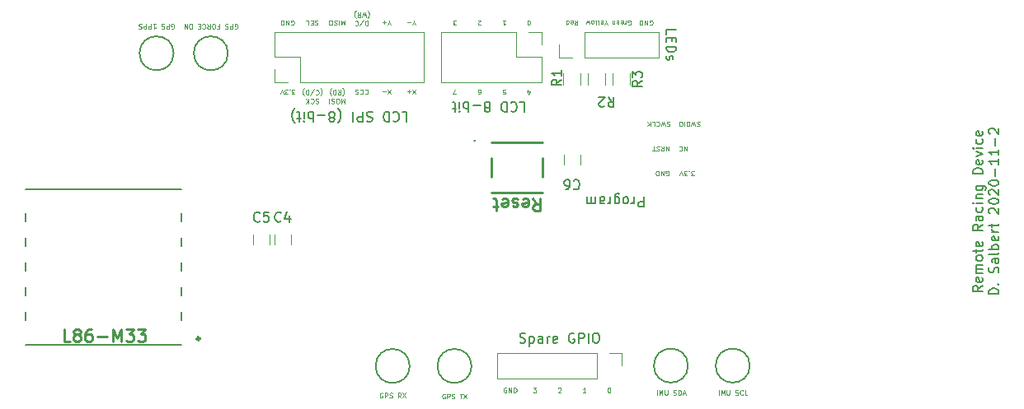
<source format=gbr>
G04 #@! TF.GenerationSoftware,KiCad,Pcbnew,(5.1.4)-1*
G04 #@! TF.CreationDate,2020-11-03T17:10:34-05:00*
G04 #@! TF.ProjectId,remote_racing_pcb,72656d6f-7465-45f7-9261-63696e675f70,rev?*
G04 #@! TF.SameCoordinates,Original*
G04 #@! TF.FileFunction,Legend,Top*
G04 #@! TF.FilePolarity,Positive*
%FSLAX46Y46*%
G04 Gerber Fmt 4.6, Leading zero omitted, Abs format (unit mm)*
G04 Created by KiCad (PCBNEW (5.1.4)-1) date 2020-11-03 17:10:34*
%MOMM*%
%LPD*%
G04 APERTURE LIST*
%ADD10C,0.125000*%
%ADD11C,0.150000*%
%ADD12C,0.120000*%
%ADD13C,0.254000*%
%ADD14C,0.300000*%
%ADD15C,0.200000*%
G04 APERTURE END LIST*
D10*
X159511952Y-99818000D02*
X159559571Y-99841809D01*
X159631000Y-99841809D01*
X159702428Y-99818000D01*
X159750047Y-99770380D01*
X159773857Y-99722761D01*
X159797666Y-99627523D01*
X159797666Y-99556095D01*
X159773857Y-99460857D01*
X159750047Y-99413238D01*
X159702428Y-99365619D01*
X159631000Y-99341809D01*
X159583380Y-99341809D01*
X159511952Y-99365619D01*
X159488142Y-99389428D01*
X159488142Y-99556095D01*
X159583380Y-99556095D01*
X159273857Y-99341809D02*
X159273857Y-99841809D01*
X158988142Y-99341809D01*
X158988142Y-99841809D01*
X158750047Y-99341809D02*
X158750047Y-99841809D01*
X158631000Y-99841809D01*
X158559571Y-99818000D01*
X158511952Y-99770380D01*
X158488142Y-99722761D01*
X158464333Y-99627523D01*
X158464333Y-99556095D01*
X158488142Y-99460857D01*
X158511952Y-99413238D01*
X158559571Y-99365619D01*
X158631000Y-99341809D01*
X158750047Y-99341809D01*
X159825428Y-96801809D02*
X159825428Y-97301809D01*
X159539714Y-96801809D01*
X159539714Y-97301809D01*
X159015904Y-96801809D02*
X159182571Y-97039904D01*
X159301619Y-96801809D02*
X159301619Y-97301809D01*
X159111142Y-97301809D01*
X159063523Y-97278000D01*
X159039714Y-97254190D01*
X159015904Y-97206571D01*
X159015904Y-97135142D01*
X159039714Y-97087523D01*
X159063523Y-97063714D01*
X159111142Y-97039904D01*
X159301619Y-97039904D01*
X158825428Y-96825619D02*
X158754000Y-96801809D01*
X158634952Y-96801809D01*
X158587333Y-96825619D01*
X158563523Y-96849428D01*
X158539714Y-96897047D01*
X158539714Y-96944666D01*
X158563523Y-96992285D01*
X158587333Y-97016095D01*
X158634952Y-97039904D01*
X158730190Y-97063714D01*
X158777809Y-97087523D01*
X158801619Y-97111333D01*
X158825428Y-97158952D01*
X158825428Y-97206571D01*
X158801619Y-97254190D01*
X158777809Y-97278000D01*
X158730190Y-97301809D01*
X158611142Y-97301809D01*
X158539714Y-97278000D01*
X158396857Y-97301809D02*
X158111142Y-97301809D01*
X158254000Y-96801809D02*
X158254000Y-97301809D01*
X161682857Y-96801809D02*
X161682857Y-97301809D01*
X161397142Y-96801809D01*
X161397142Y-97301809D01*
X160873333Y-96849428D02*
X160897142Y-96825619D01*
X160968571Y-96801809D01*
X161016190Y-96801809D01*
X161087619Y-96825619D01*
X161135238Y-96873238D01*
X161159047Y-96920857D01*
X161182857Y-97016095D01*
X161182857Y-97087523D01*
X161159047Y-97182761D01*
X161135238Y-97230380D01*
X161087619Y-97278000D01*
X161016190Y-97301809D01*
X160968571Y-97301809D01*
X160897142Y-97278000D01*
X160873333Y-97254190D01*
X159880952Y-94285619D02*
X159809523Y-94261809D01*
X159690476Y-94261809D01*
X159642857Y-94285619D01*
X159619047Y-94309428D01*
X159595238Y-94357047D01*
X159595238Y-94404666D01*
X159619047Y-94452285D01*
X159642857Y-94476095D01*
X159690476Y-94499904D01*
X159785714Y-94523714D01*
X159833333Y-94547523D01*
X159857142Y-94571333D01*
X159880952Y-94618952D01*
X159880952Y-94666571D01*
X159857142Y-94714190D01*
X159833333Y-94738000D01*
X159785714Y-94761809D01*
X159666666Y-94761809D01*
X159595238Y-94738000D01*
X159428571Y-94761809D02*
X159309523Y-94261809D01*
X159214285Y-94618952D01*
X159119047Y-94261809D01*
X159000000Y-94761809D01*
X158523809Y-94309428D02*
X158547619Y-94285619D01*
X158619047Y-94261809D01*
X158666666Y-94261809D01*
X158738095Y-94285619D01*
X158785714Y-94333238D01*
X158809523Y-94380857D01*
X158833333Y-94476095D01*
X158833333Y-94547523D01*
X158809523Y-94642761D01*
X158785714Y-94690380D01*
X158738095Y-94738000D01*
X158666666Y-94761809D01*
X158619047Y-94761809D01*
X158547619Y-94738000D01*
X158523809Y-94714190D01*
X158071428Y-94261809D02*
X158309523Y-94261809D01*
X158309523Y-94761809D01*
X157904761Y-94261809D02*
X157904761Y-94761809D01*
X157619047Y-94261809D02*
X157833333Y-94547523D01*
X157619047Y-94761809D02*
X157904761Y-94476095D01*
X162984523Y-94285619D02*
X162913095Y-94261809D01*
X162794047Y-94261809D01*
X162746428Y-94285619D01*
X162722619Y-94309428D01*
X162698809Y-94357047D01*
X162698809Y-94404666D01*
X162722619Y-94452285D01*
X162746428Y-94476095D01*
X162794047Y-94499904D01*
X162889285Y-94523714D01*
X162936904Y-94547523D01*
X162960714Y-94571333D01*
X162984523Y-94618952D01*
X162984523Y-94666571D01*
X162960714Y-94714190D01*
X162936904Y-94738000D01*
X162889285Y-94761809D01*
X162770238Y-94761809D01*
X162698809Y-94738000D01*
X162532142Y-94761809D02*
X162413095Y-94261809D01*
X162317857Y-94618952D01*
X162222619Y-94261809D01*
X162103571Y-94761809D01*
X161913095Y-94261809D02*
X161913095Y-94761809D01*
X161794047Y-94761809D01*
X161722619Y-94738000D01*
X161675000Y-94690380D01*
X161651190Y-94642761D01*
X161627380Y-94547523D01*
X161627380Y-94476095D01*
X161651190Y-94380857D01*
X161675000Y-94333238D01*
X161722619Y-94285619D01*
X161794047Y-94261809D01*
X161913095Y-94261809D01*
X161413095Y-94261809D02*
X161413095Y-94761809D01*
X161079761Y-94761809D02*
X160984523Y-94761809D01*
X160936904Y-94738000D01*
X160889285Y-94690380D01*
X160865476Y-94595142D01*
X160865476Y-94428476D01*
X160889285Y-94333238D01*
X160936904Y-94285619D01*
X160984523Y-94261809D01*
X161079761Y-94261809D01*
X161127380Y-94285619D01*
X161175000Y-94333238D01*
X161198809Y-94428476D01*
X161198809Y-94595142D01*
X161175000Y-94690380D01*
X161127380Y-94738000D01*
X161079761Y-94761809D01*
X162409095Y-99841809D02*
X162099571Y-99841809D01*
X162266238Y-99651333D01*
X162194809Y-99651333D01*
X162147190Y-99627523D01*
X162123380Y-99603714D01*
X162099571Y-99556095D01*
X162099571Y-99437047D01*
X162123380Y-99389428D01*
X162147190Y-99365619D01*
X162194809Y-99341809D01*
X162337666Y-99341809D01*
X162385285Y-99365619D01*
X162409095Y-99389428D01*
X161885285Y-99389428D02*
X161861476Y-99365619D01*
X161885285Y-99341809D01*
X161909095Y-99365619D01*
X161885285Y-99389428D01*
X161885285Y-99341809D01*
X161694809Y-99841809D02*
X161385285Y-99841809D01*
X161551952Y-99651333D01*
X161480523Y-99651333D01*
X161432904Y-99627523D01*
X161409095Y-99603714D01*
X161385285Y-99556095D01*
X161385285Y-99437047D01*
X161409095Y-99389428D01*
X161432904Y-99365619D01*
X161480523Y-99341809D01*
X161623380Y-99341809D01*
X161671000Y-99365619D01*
X161694809Y-99389428D01*
X161242428Y-99841809D02*
X161075761Y-99341809D01*
X160909095Y-99841809D01*
D11*
X192032380Y-111147857D02*
X191556190Y-111481190D01*
X192032380Y-111719285D02*
X191032380Y-111719285D01*
X191032380Y-111338333D01*
X191080000Y-111243095D01*
X191127619Y-111195476D01*
X191222857Y-111147857D01*
X191365714Y-111147857D01*
X191460952Y-111195476D01*
X191508571Y-111243095D01*
X191556190Y-111338333D01*
X191556190Y-111719285D01*
X191984761Y-110338333D02*
X192032380Y-110433571D01*
X192032380Y-110624047D01*
X191984761Y-110719285D01*
X191889523Y-110766904D01*
X191508571Y-110766904D01*
X191413333Y-110719285D01*
X191365714Y-110624047D01*
X191365714Y-110433571D01*
X191413333Y-110338333D01*
X191508571Y-110290714D01*
X191603809Y-110290714D01*
X191699047Y-110766904D01*
X192032380Y-109862142D02*
X191365714Y-109862142D01*
X191460952Y-109862142D02*
X191413333Y-109814523D01*
X191365714Y-109719285D01*
X191365714Y-109576428D01*
X191413333Y-109481190D01*
X191508571Y-109433571D01*
X192032380Y-109433571D01*
X191508571Y-109433571D02*
X191413333Y-109385952D01*
X191365714Y-109290714D01*
X191365714Y-109147857D01*
X191413333Y-109052619D01*
X191508571Y-109005000D01*
X192032380Y-109005000D01*
X192032380Y-108385952D02*
X191984761Y-108481190D01*
X191937142Y-108528809D01*
X191841904Y-108576428D01*
X191556190Y-108576428D01*
X191460952Y-108528809D01*
X191413333Y-108481190D01*
X191365714Y-108385952D01*
X191365714Y-108243095D01*
X191413333Y-108147857D01*
X191460952Y-108100238D01*
X191556190Y-108052619D01*
X191841904Y-108052619D01*
X191937142Y-108100238D01*
X191984761Y-108147857D01*
X192032380Y-108243095D01*
X192032380Y-108385952D01*
X191365714Y-107766904D02*
X191365714Y-107385952D01*
X191032380Y-107624047D02*
X191889523Y-107624047D01*
X191984761Y-107576428D01*
X192032380Y-107481190D01*
X192032380Y-107385952D01*
X191984761Y-106671666D02*
X192032380Y-106766904D01*
X192032380Y-106957380D01*
X191984761Y-107052619D01*
X191889523Y-107100238D01*
X191508571Y-107100238D01*
X191413333Y-107052619D01*
X191365714Y-106957380D01*
X191365714Y-106766904D01*
X191413333Y-106671666D01*
X191508571Y-106624047D01*
X191603809Y-106624047D01*
X191699047Y-107100238D01*
X192032380Y-104862142D02*
X191556190Y-105195476D01*
X192032380Y-105433571D02*
X191032380Y-105433571D01*
X191032380Y-105052619D01*
X191080000Y-104957380D01*
X191127619Y-104909761D01*
X191222857Y-104862142D01*
X191365714Y-104862142D01*
X191460952Y-104909761D01*
X191508571Y-104957380D01*
X191556190Y-105052619D01*
X191556190Y-105433571D01*
X192032380Y-104005000D02*
X191508571Y-104005000D01*
X191413333Y-104052619D01*
X191365714Y-104147857D01*
X191365714Y-104338333D01*
X191413333Y-104433571D01*
X191984761Y-104005000D02*
X192032380Y-104100238D01*
X192032380Y-104338333D01*
X191984761Y-104433571D01*
X191889523Y-104481190D01*
X191794285Y-104481190D01*
X191699047Y-104433571D01*
X191651428Y-104338333D01*
X191651428Y-104100238D01*
X191603809Y-104005000D01*
X191984761Y-103100238D02*
X192032380Y-103195476D01*
X192032380Y-103385952D01*
X191984761Y-103481190D01*
X191937142Y-103528809D01*
X191841904Y-103576428D01*
X191556190Y-103576428D01*
X191460952Y-103528809D01*
X191413333Y-103481190D01*
X191365714Y-103385952D01*
X191365714Y-103195476D01*
X191413333Y-103100238D01*
X192032380Y-102671666D02*
X191365714Y-102671666D01*
X191032380Y-102671666D02*
X191080000Y-102719285D01*
X191127619Y-102671666D01*
X191080000Y-102624047D01*
X191032380Y-102671666D01*
X191127619Y-102671666D01*
X191365714Y-102195476D02*
X192032380Y-102195476D01*
X191460952Y-102195476D02*
X191413333Y-102147857D01*
X191365714Y-102052619D01*
X191365714Y-101909761D01*
X191413333Y-101814523D01*
X191508571Y-101766904D01*
X192032380Y-101766904D01*
X191365714Y-100862142D02*
X192175238Y-100862142D01*
X192270476Y-100909761D01*
X192318095Y-100957380D01*
X192365714Y-101052619D01*
X192365714Y-101195476D01*
X192318095Y-101290714D01*
X191984761Y-100862142D02*
X192032380Y-100957380D01*
X192032380Y-101147857D01*
X191984761Y-101243095D01*
X191937142Y-101290714D01*
X191841904Y-101338333D01*
X191556190Y-101338333D01*
X191460952Y-101290714D01*
X191413333Y-101243095D01*
X191365714Y-101147857D01*
X191365714Y-100957380D01*
X191413333Y-100862142D01*
X192032380Y-99624047D02*
X191032380Y-99624047D01*
X191032380Y-99385952D01*
X191080000Y-99243095D01*
X191175238Y-99147857D01*
X191270476Y-99100238D01*
X191460952Y-99052619D01*
X191603809Y-99052619D01*
X191794285Y-99100238D01*
X191889523Y-99147857D01*
X191984761Y-99243095D01*
X192032380Y-99385952D01*
X192032380Y-99624047D01*
X191984761Y-98243095D02*
X192032380Y-98338333D01*
X192032380Y-98528809D01*
X191984761Y-98624047D01*
X191889523Y-98671666D01*
X191508571Y-98671666D01*
X191413333Y-98624047D01*
X191365714Y-98528809D01*
X191365714Y-98338333D01*
X191413333Y-98243095D01*
X191508571Y-98195476D01*
X191603809Y-98195476D01*
X191699047Y-98671666D01*
X191365714Y-97862142D02*
X192032380Y-97624047D01*
X191365714Y-97385952D01*
X192032380Y-97005000D02*
X191365714Y-97005000D01*
X191032380Y-97005000D02*
X191080000Y-97052619D01*
X191127619Y-97005000D01*
X191080000Y-96957380D01*
X191032380Y-97005000D01*
X191127619Y-97005000D01*
X191984761Y-96100238D02*
X192032380Y-96195476D01*
X192032380Y-96385952D01*
X191984761Y-96481190D01*
X191937142Y-96528809D01*
X191841904Y-96576428D01*
X191556190Y-96576428D01*
X191460952Y-96528809D01*
X191413333Y-96481190D01*
X191365714Y-96385952D01*
X191365714Y-96195476D01*
X191413333Y-96100238D01*
X191984761Y-95290714D02*
X192032380Y-95385952D01*
X192032380Y-95576428D01*
X191984761Y-95671666D01*
X191889523Y-95719285D01*
X191508571Y-95719285D01*
X191413333Y-95671666D01*
X191365714Y-95576428D01*
X191365714Y-95385952D01*
X191413333Y-95290714D01*
X191508571Y-95243095D01*
X191603809Y-95243095D01*
X191699047Y-95719285D01*
X193682380Y-112005000D02*
X192682380Y-112005000D01*
X192682380Y-111766904D01*
X192730000Y-111624047D01*
X192825238Y-111528809D01*
X192920476Y-111481190D01*
X193110952Y-111433571D01*
X193253809Y-111433571D01*
X193444285Y-111481190D01*
X193539523Y-111528809D01*
X193634761Y-111624047D01*
X193682380Y-111766904D01*
X193682380Y-112005000D01*
X193587142Y-111005000D02*
X193634761Y-110957380D01*
X193682380Y-111005000D01*
X193634761Y-111052619D01*
X193587142Y-111005000D01*
X193682380Y-111005000D01*
X193634761Y-109814523D02*
X193682380Y-109671666D01*
X193682380Y-109433571D01*
X193634761Y-109338333D01*
X193587142Y-109290714D01*
X193491904Y-109243095D01*
X193396666Y-109243095D01*
X193301428Y-109290714D01*
X193253809Y-109338333D01*
X193206190Y-109433571D01*
X193158571Y-109624047D01*
X193110952Y-109719285D01*
X193063333Y-109766904D01*
X192968095Y-109814523D01*
X192872857Y-109814523D01*
X192777619Y-109766904D01*
X192730000Y-109719285D01*
X192682380Y-109624047D01*
X192682380Y-109385952D01*
X192730000Y-109243095D01*
X193682380Y-108385952D02*
X193158571Y-108385952D01*
X193063333Y-108433571D01*
X193015714Y-108528809D01*
X193015714Y-108719285D01*
X193063333Y-108814523D01*
X193634761Y-108385952D02*
X193682380Y-108481190D01*
X193682380Y-108719285D01*
X193634761Y-108814523D01*
X193539523Y-108862142D01*
X193444285Y-108862142D01*
X193349047Y-108814523D01*
X193301428Y-108719285D01*
X193301428Y-108481190D01*
X193253809Y-108385952D01*
X193682380Y-107766904D02*
X193634761Y-107862142D01*
X193539523Y-107909761D01*
X192682380Y-107909761D01*
X193682380Y-107385952D02*
X192682380Y-107385952D01*
X193063333Y-107385952D02*
X193015714Y-107290714D01*
X193015714Y-107100238D01*
X193063333Y-107005000D01*
X193110952Y-106957380D01*
X193206190Y-106909761D01*
X193491904Y-106909761D01*
X193587142Y-106957380D01*
X193634761Y-107005000D01*
X193682380Y-107100238D01*
X193682380Y-107290714D01*
X193634761Y-107385952D01*
X193634761Y-106100238D02*
X193682380Y-106195476D01*
X193682380Y-106385952D01*
X193634761Y-106481190D01*
X193539523Y-106528809D01*
X193158571Y-106528809D01*
X193063333Y-106481190D01*
X193015714Y-106385952D01*
X193015714Y-106195476D01*
X193063333Y-106100238D01*
X193158571Y-106052619D01*
X193253809Y-106052619D01*
X193349047Y-106528809D01*
X193682380Y-105624047D02*
X193015714Y-105624047D01*
X193206190Y-105624047D02*
X193110952Y-105576428D01*
X193063333Y-105528809D01*
X193015714Y-105433571D01*
X193015714Y-105338333D01*
X193015714Y-105147857D02*
X193015714Y-104766904D01*
X192682380Y-105005000D02*
X193539523Y-105005000D01*
X193634761Y-104957380D01*
X193682380Y-104862142D01*
X193682380Y-104766904D01*
X192777619Y-103719285D02*
X192730000Y-103671666D01*
X192682380Y-103576428D01*
X192682380Y-103338333D01*
X192730000Y-103243095D01*
X192777619Y-103195476D01*
X192872857Y-103147857D01*
X192968095Y-103147857D01*
X193110952Y-103195476D01*
X193682380Y-103766904D01*
X193682380Y-103147857D01*
X192682380Y-102528809D02*
X192682380Y-102433571D01*
X192730000Y-102338333D01*
X192777619Y-102290714D01*
X192872857Y-102243095D01*
X193063333Y-102195476D01*
X193301428Y-102195476D01*
X193491904Y-102243095D01*
X193587142Y-102290714D01*
X193634761Y-102338333D01*
X193682380Y-102433571D01*
X193682380Y-102528809D01*
X193634761Y-102624047D01*
X193587142Y-102671666D01*
X193491904Y-102719285D01*
X193301428Y-102766904D01*
X193063333Y-102766904D01*
X192872857Y-102719285D01*
X192777619Y-102671666D01*
X192730000Y-102624047D01*
X192682380Y-102528809D01*
X192777619Y-101814523D02*
X192730000Y-101766904D01*
X192682380Y-101671666D01*
X192682380Y-101433571D01*
X192730000Y-101338333D01*
X192777619Y-101290714D01*
X192872857Y-101243095D01*
X192968095Y-101243095D01*
X193110952Y-101290714D01*
X193682380Y-101862142D01*
X193682380Y-101243095D01*
X192682380Y-100624047D02*
X192682380Y-100528809D01*
X192730000Y-100433571D01*
X192777619Y-100385952D01*
X192872857Y-100338333D01*
X193063333Y-100290714D01*
X193301428Y-100290714D01*
X193491904Y-100338333D01*
X193587142Y-100385952D01*
X193634761Y-100433571D01*
X193682380Y-100528809D01*
X193682380Y-100624047D01*
X193634761Y-100719285D01*
X193587142Y-100766904D01*
X193491904Y-100814523D01*
X193301428Y-100862142D01*
X193063333Y-100862142D01*
X192872857Y-100814523D01*
X192777619Y-100766904D01*
X192730000Y-100719285D01*
X192682380Y-100624047D01*
X193301428Y-99862142D02*
X193301428Y-99100238D01*
X193682380Y-98100238D02*
X193682380Y-98671666D01*
X193682380Y-98385952D02*
X192682380Y-98385952D01*
X192825238Y-98481190D01*
X192920476Y-98576428D01*
X192968095Y-98671666D01*
X193682380Y-97147857D02*
X193682380Y-97719285D01*
X193682380Y-97433571D02*
X192682380Y-97433571D01*
X192825238Y-97528809D01*
X192920476Y-97624047D01*
X192968095Y-97719285D01*
X193301428Y-96719285D02*
X193301428Y-95957380D01*
X192777619Y-95528809D02*
X192730000Y-95481190D01*
X192682380Y-95385952D01*
X192682380Y-95147857D01*
X192730000Y-95052619D01*
X192777619Y-95005000D01*
X192872857Y-94957380D01*
X192968095Y-94957380D01*
X193110952Y-95005000D01*
X193682380Y-95576428D01*
X193682380Y-94957380D01*
D10*
X121388095Y-91459809D02*
X121078571Y-91459809D01*
X121245238Y-91269333D01*
X121173809Y-91269333D01*
X121126190Y-91245523D01*
X121102380Y-91221714D01*
X121078571Y-91174095D01*
X121078571Y-91055047D01*
X121102380Y-91007428D01*
X121126190Y-90983619D01*
X121173809Y-90959809D01*
X121316666Y-90959809D01*
X121364285Y-90983619D01*
X121388095Y-91007428D01*
X120864285Y-91007428D02*
X120840476Y-90983619D01*
X120864285Y-90959809D01*
X120888095Y-90983619D01*
X120864285Y-91007428D01*
X120864285Y-90959809D01*
X120673809Y-91459809D02*
X120364285Y-91459809D01*
X120530952Y-91269333D01*
X120459523Y-91269333D01*
X120411904Y-91245523D01*
X120388095Y-91221714D01*
X120364285Y-91174095D01*
X120364285Y-91055047D01*
X120388095Y-91007428D01*
X120411904Y-90983619D01*
X120459523Y-90959809D01*
X120602380Y-90959809D01*
X120650000Y-90983619D01*
X120673809Y-91007428D01*
X120221428Y-91459809D02*
X120054761Y-90959809D01*
X119888095Y-91459809D01*
X123832857Y-91929119D02*
X123761428Y-91905309D01*
X123642380Y-91905309D01*
X123594761Y-91929119D01*
X123570952Y-91952928D01*
X123547142Y-92000547D01*
X123547142Y-92048166D01*
X123570952Y-92095785D01*
X123594761Y-92119595D01*
X123642380Y-92143404D01*
X123737619Y-92167214D01*
X123785238Y-92191023D01*
X123809047Y-92214833D01*
X123832857Y-92262452D01*
X123832857Y-92310071D01*
X123809047Y-92357690D01*
X123785238Y-92381500D01*
X123737619Y-92405309D01*
X123618571Y-92405309D01*
X123547142Y-92381500D01*
X123047142Y-91952928D02*
X123070952Y-91929119D01*
X123142380Y-91905309D01*
X123190000Y-91905309D01*
X123261428Y-91929119D01*
X123309047Y-91976738D01*
X123332857Y-92024357D01*
X123356666Y-92119595D01*
X123356666Y-92191023D01*
X123332857Y-92286261D01*
X123309047Y-92333880D01*
X123261428Y-92381500D01*
X123190000Y-92405309D01*
X123142380Y-92405309D01*
X123070952Y-92381500D01*
X123047142Y-92357690D01*
X122832857Y-91905309D02*
X122832857Y-92405309D01*
X122547142Y-91905309D02*
X122761428Y-92191023D01*
X122547142Y-92405309D02*
X122832857Y-92119595D01*
X124023333Y-90839833D02*
X124047142Y-90863642D01*
X124094761Y-90935071D01*
X124118571Y-90982690D01*
X124142380Y-91054119D01*
X124166190Y-91173166D01*
X124166190Y-91268404D01*
X124142380Y-91387452D01*
X124118571Y-91458880D01*
X124094761Y-91506500D01*
X124047142Y-91577928D01*
X124023333Y-91601738D01*
X123547142Y-91077928D02*
X123570952Y-91054119D01*
X123642380Y-91030309D01*
X123690000Y-91030309D01*
X123761428Y-91054119D01*
X123809047Y-91101738D01*
X123832857Y-91149357D01*
X123856666Y-91244595D01*
X123856666Y-91316023D01*
X123832857Y-91411261D01*
X123809047Y-91458880D01*
X123761428Y-91506500D01*
X123690000Y-91530309D01*
X123642380Y-91530309D01*
X123570952Y-91506500D01*
X123547142Y-91482690D01*
X122975714Y-91554119D02*
X123404285Y-90911261D01*
X122809047Y-91030309D02*
X122809047Y-91530309D01*
X122690000Y-91530309D01*
X122618571Y-91506500D01*
X122570952Y-91458880D01*
X122547142Y-91411261D01*
X122523333Y-91316023D01*
X122523333Y-91244595D01*
X122547142Y-91149357D01*
X122570952Y-91101738D01*
X122618571Y-91054119D01*
X122690000Y-91030309D01*
X122809047Y-91030309D01*
X122356666Y-90839833D02*
X122332857Y-90863642D01*
X122285238Y-90935071D01*
X122261428Y-90982690D01*
X122237619Y-91054119D01*
X122213809Y-91173166D01*
X122213809Y-91268404D01*
X122237619Y-91387452D01*
X122261428Y-91458880D01*
X122285238Y-91506500D01*
X122332857Y-91577928D01*
X122356666Y-91601738D01*
X126515714Y-91905309D02*
X126515714Y-92405309D01*
X126349047Y-92048166D01*
X126182380Y-92405309D01*
X126182380Y-91905309D01*
X125849047Y-92405309D02*
X125753809Y-92405309D01*
X125706190Y-92381500D01*
X125658571Y-92333880D01*
X125634761Y-92238642D01*
X125634761Y-92071976D01*
X125658571Y-91976738D01*
X125706190Y-91929119D01*
X125753809Y-91905309D01*
X125849047Y-91905309D01*
X125896666Y-91929119D01*
X125944285Y-91976738D01*
X125968095Y-92071976D01*
X125968095Y-92238642D01*
X125944285Y-92333880D01*
X125896666Y-92381500D01*
X125849047Y-92405309D01*
X125444285Y-91929119D02*
X125372857Y-91905309D01*
X125253809Y-91905309D01*
X125206190Y-91929119D01*
X125182380Y-91952928D01*
X125158571Y-92000547D01*
X125158571Y-92048166D01*
X125182380Y-92095785D01*
X125206190Y-92119595D01*
X125253809Y-92143404D01*
X125349047Y-92167214D01*
X125396666Y-92191023D01*
X125420476Y-92214833D01*
X125444285Y-92262452D01*
X125444285Y-92310071D01*
X125420476Y-92357690D01*
X125396666Y-92381500D01*
X125349047Y-92405309D01*
X125230000Y-92405309D01*
X125158571Y-92381500D01*
X124944285Y-91905309D02*
X124944285Y-92405309D01*
X126301428Y-90839833D02*
X126325238Y-90863642D01*
X126372857Y-90935071D01*
X126396666Y-90982690D01*
X126420476Y-91054119D01*
X126444285Y-91173166D01*
X126444285Y-91268404D01*
X126420476Y-91387452D01*
X126396666Y-91458880D01*
X126372857Y-91506500D01*
X126325238Y-91577928D01*
X126301428Y-91601738D01*
X125825238Y-91030309D02*
X125991904Y-91268404D01*
X126110952Y-91030309D02*
X126110952Y-91530309D01*
X125920476Y-91530309D01*
X125872857Y-91506500D01*
X125849047Y-91482690D01*
X125825238Y-91435071D01*
X125825238Y-91363642D01*
X125849047Y-91316023D01*
X125872857Y-91292214D01*
X125920476Y-91268404D01*
X126110952Y-91268404D01*
X125610952Y-91030309D02*
X125610952Y-91530309D01*
X125491904Y-91530309D01*
X125420476Y-91506500D01*
X125372857Y-91458880D01*
X125349047Y-91411261D01*
X125325238Y-91316023D01*
X125325238Y-91244595D01*
X125349047Y-91149357D01*
X125372857Y-91101738D01*
X125420476Y-91054119D01*
X125491904Y-91030309D01*
X125610952Y-91030309D01*
X125158571Y-90839833D02*
X125134761Y-90863642D01*
X125087142Y-90935071D01*
X125063333Y-90982690D01*
X125039523Y-91054119D01*
X125015714Y-91173166D01*
X125015714Y-91268404D01*
X125039523Y-91387452D01*
X125063333Y-91458880D01*
X125087142Y-91506500D01*
X125134761Y-91577928D01*
X125158571Y-91601738D01*
X128603333Y-91007428D02*
X128627142Y-90983619D01*
X128698571Y-90959809D01*
X128746190Y-90959809D01*
X128817619Y-90983619D01*
X128865238Y-91031238D01*
X128889047Y-91078857D01*
X128912857Y-91174095D01*
X128912857Y-91245523D01*
X128889047Y-91340761D01*
X128865238Y-91388380D01*
X128817619Y-91436000D01*
X128746190Y-91459809D01*
X128698571Y-91459809D01*
X128627142Y-91436000D01*
X128603333Y-91412190D01*
X128103333Y-91007428D02*
X128127142Y-90983619D01*
X128198571Y-90959809D01*
X128246190Y-90959809D01*
X128317619Y-90983619D01*
X128365238Y-91031238D01*
X128389047Y-91078857D01*
X128412857Y-91174095D01*
X128412857Y-91245523D01*
X128389047Y-91340761D01*
X128365238Y-91388380D01*
X128317619Y-91436000D01*
X128246190Y-91459809D01*
X128198571Y-91459809D01*
X128127142Y-91436000D01*
X128103333Y-91412190D01*
X127912857Y-90983619D02*
X127841428Y-90959809D01*
X127722380Y-90959809D01*
X127674761Y-90983619D01*
X127650952Y-91007428D01*
X127627142Y-91055047D01*
X127627142Y-91102666D01*
X127650952Y-91150285D01*
X127674761Y-91174095D01*
X127722380Y-91197904D01*
X127817619Y-91221714D01*
X127865238Y-91245523D01*
X127889047Y-91269333D01*
X127912857Y-91316952D01*
X127912857Y-91364571D01*
X127889047Y-91412190D01*
X127865238Y-91436000D01*
X127817619Y-91459809D01*
X127698571Y-91459809D01*
X127627142Y-91436000D01*
X131286190Y-91459809D02*
X130952857Y-90959809D01*
X130952857Y-91459809D02*
X131286190Y-90959809D01*
X130762380Y-91150285D02*
X130381428Y-91150285D01*
X133826190Y-91459809D02*
X133492857Y-90959809D01*
X133492857Y-91459809D02*
X133826190Y-90959809D01*
X133302380Y-91150285D02*
X132921428Y-91150285D01*
X133111904Y-90959809D02*
X133111904Y-91340761D01*
X121030952Y-84324000D02*
X121078571Y-84347809D01*
X121150000Y-84347809D01*
X121221428Y-84324000D01*
X121269047Y-84276380D01*
X121292857Y-84228761D01*
X121316666Y-84133523D01*
X121316666Y-84062095D01*
X121292857Y-83966857D01*
X121269047Y-83919238D01*
X121221428Y-83871619D01*
X121150000Y-83847809D01*
X121102380Y-83847809D01*
X121030952Y-83871619D01*
X121007142Y-83895428D01*
X121007142Y-84062095D01*
X121102380Y-84062095D01*
X120792857Y-83847809D02*
X120792857Y-84347809D01*
X120507142Y-83847809D01*
X120507142Y-84347809D01*
X120269047Y-83847809D02*
X120269047Y-84347809D01*
X120150000Y-84347809D01*
X120078571Y-84324000D01*
X120030952Y-84276380D01*
X120007142Y-84228761D01*
X119983333Y-84133523D01*
X119983333Y-84062095D01*
X120007142Y-83966857D01*
X120030952Y-83919238D01*
X120078571Y-83871619D01*
X120150000Y-83847809D01*
X120269047Y-83847809D01*
X123761428Y-83871619D02*
X123690000Y-83847809D01*
X123570952Y-83847809D01*
X123523333Y-83871619D01*
X123499523Y-83895428D01*
X123475714Y-83943047D01*
X123475714Y-83990666D01*
X123499523Y-84038285D01*
X123523333Y-84062095D01*
X123570952Y-84085904D01*
X123666190Y-84109714D01*
X123713809Y-84133523D01*
X123737619Y-84157333D01*
X123761428Y-84204952D01*
X123761428Y-84252571D01*
X123737619Y-84300190D01*
X123713809Y-84324000D01*
X123666190Y-84347809D01*
X123547142Y-84347809D01*
X123475714Y-84324000D01*
X123261428Y-84109714D02*
X123094761Y-84109714D01*
X123023333Y-83847809D02*
X123261428Y-83847809D01*
X123261428Y-84347809D01*
X123023333Y-84347809D01*
X122570952Y-83847809D02*
X122809047Y-83847809D01*
X122809047Y-84347809D01*
X126515714Y-83847809D02*
X126515714Y-84347809D01*
X126349047Y-83990666D01*
X126182380Y-84347809D01*
X126182380Y-83847809D01*
X125944285Y-83847809D02*
X125944285Y-84347809D01*
X125730000Y-83871619D02*
X125658571Y-83847809D01*
X125539523Y-83847809D01*
X125491904Y-83871619D01*
X125468095Y-83895428D01*
X125444285Y-83943047D01*
X125444285Y-83990666D01*
X125468095Y-84038285D01*
X125491904Y-84062095D01*
X125539523Y-84085904D01*
X125634761Y-84109714D01*
X125682380Y-84133523D01*
X125706190Y-84157333D01*
X125730000Y-84204952D01*
X125730000Y-84252571D01*
X125706190Y-84300190D01*
X125682380Y-84324000D01*
X125634761Y-84347809D01*
X125515714Y-84347809D01*
X125444285Y-84324000D01*
X125134761Y-84347809D02*
X125039523Y-84347809D01*
X124991904Y-84324000D01*
X124944285Y-84276380D01*
X124920476Y-84181142D01*
X124920476Y-84014476D01*
X124944285Y-83919238D01*
X124991904Y-83871619D01*
X125039523Y-83847809D01*
X125134761Y-83847809D01*
X125182380Y-83871619D01*
X125230000Y-83919238D01*
X125253809Y-84014476D01*
X125253809Y-84181142D01*
X125230000Y-84276380D01*
X125182380Y-84324000D01*
X125134761Y-84347809D01*
X128912857Y-83904309D02*
X128912857Y-84404309D01*
X128793809Y-84404309D01*
X128722380Y-84380500D01*
X128674761Y-84332880D01*
X128650952Y-84285261D01*
X128627142Y-84190023D01*
X128627142Y-84118595D01*
X128650952Y-84023357D01*
X128674761Y-83975738D01*
X128722380Y-83928119D01*
X128793809Y-83904309D01*
X128912857Y-83904309D01*
X128055714Y-84428119D02*
X128484285Y-83785261D01*
X127603333Y-83951928D02*
X127627142Y-83928119D01*
X127698571Y-83904309D01*
X127746190Y-83904309D01*
X127817619Y-83928119D01*
X127865238Y-83975738D01*
X127889047Y-84023357D01*
X127912857Y-84118595D01*
X127912857Y-84190023D01*
X127889047Y-84285261D01*
X127865238Y-84332880D01*
X127817619Y-84380500D01*
X127746190Y-84404309D01*
X127698571Y-84404309D01*
X127627142Y-84380500D01*
X127603333Y-84356690D01*
X128877142Y-82838833D02*
X128900952Y-82862642D01*
X128948571Y-82934071D01*
X128972380Y-82981690D01*
X128996190Y-83053119D01*
X129020000Y-83172166D01*
X129020000Y-83267404D01*
X128996190Y-83386452D01*
X128972380Y-83457880D01*
X128948571Y-83505500D01*
X128900952Y-83576928D01*
X128877142Y-83600738D01*
X128734285Y-83529309D02*
X128615238Y-83029309D01*
X128520000Y-83386452D01*
X128424761Y-83029309D01*
X128305714Y-83529309D01*
X127829523Y-83029309D02*
X127996190Y-83267404D01*
X128115238Y-83029309D02*
X128115238Y-83529309D01*
X127924761Y-83529309D01*
X127877142Y-83505500D01*
X127853333Y-83481690D01*
X127829523Y-83434071D01*
X127829523Y-83362642D01*
X127853333Y-83315023D01*
X127877142Y-83291214D01*
X127924761Y-83267404D01*
X128115238Y-83267404D01*
X127662857Y-82838833D02*
X127639047Y-82862642D01*
X127591428Y-82934071D01*
X127567619Y-82981690D01*
X127543809Y-83053119D01*
X127520000Y-83172166D01*
X127520000Y-83267404D01*
X127543809Y-83386452D01*
X127567619Y-83457880D01*
X127591428Y-83505500D01*
X127639047Y-83576928D01*
X127662857Y-83600738D01*
X131119523Y-84085904D02*
X131119523Y-83847809D01*
X131286190Y-84347809D02*
X131119523Y-84085904D01*
X130952857Y-84347809D01*
X130786190Y-84038285D02*
X130405238Y-84038285D01*
X130595714Y-83847809D02*
X130595714Y-84228761D01*
X133659523Y-84085904D02*
X133659523Y-83847809D01*
X133826190Y-84347809D02*
X133659523Y-84085904D01*
X133492857Y-84347809D01*
X133326190Y-84038285D02*
X132945238Y-84038285D01*
X137961666Y-91459809D02*
X137628333Y-91459809D01*
X137842619Y-90959809D01*
X140239761Y-91459809D02*
X140335000Y-91459809D01*
X140382619Y-91436000D01*
X140406428Y-91412190D01*
X140454047Y-91340761D01*
X140477857Y-91245523D01*
X140477857Y-91055047D01*
X140454047Y-91007428D01*
X140430238Y-90983619D01*
X140382619Y-90959809D01*
X140287380Y-90959809D01*
X140239761Y-90983619D01*
X140215952Y-91007428D01*
X140192142Y-91055047D01*
X140192142Y-91174095D01*
X140215952Y-91221714D01*
X140239761Y-91245523D01*
X140287380Y-91269333D01*
X140382619Y-91269333D01*
X140430238Y-91245523D01*
X140454047Y-91221714D01*
X140477857Y-91174095D01*
X142755952Y-91459809D02*
X142994047Y-91459809D01*
X143017857Y-91221714D01*
X142994047Y-91245523D01*
X142946428Y-91269333D01*
X142827380Y-91269333D01*
X142779761Y-91245523D01*
X142755952Y-91221714D01*
X142732142Y-91174095D01*
X142732142Y-91055047D01*
X142755952Y-91007428D01*
X142779761Y-90983619D01*
X142827380Y-90959809D01*
X142946428Y-90959809D01*
X142994047Y-90983619D01*
X143017857Y-91007428D01*
X145319761Y-91293142D02*
X145319761Y-90959809D01*
X145438809Y-91483619D02*
X145557857Y-91126476D01*
X145248333Y-91126476D01*
X137961666Y-84347809D02*
X137652142Y-84347809D01*
X137818809Y-84157333D01*
X137747380Y-84157333D01*
X137699761Y-84133523D01*
X137675952Y-84109714D01*
X137652142Y-84062095D01*
X137652142Y-83943047D01*
X137675952Y-83895428D01*
X137699761Y-83871619D01*
X137747380Y-83847809D01*
X137890238Y-83847809D01*
X137937857Y-83871619D01*
X137961666Y-83895428D01*
X140477857Y-84300190D02*
X140454047Y-84324000D01*
X140406428Y-84347809D01*
X140287380Y-84347809D01*
X140239761Y-84324000D01*
X140215952Y-84300190D01*
X140192142Y-84252571D01*
X140192142Y-84204952D01*
X140215952Y-84133523D01*
X140501666Y-83847809D01*
X140192142Y-83847809D01*
X142732142Y-83847809D02*
X143017857Y-83847809D01*
X142875000Y-83847809D02*
X142875000Y-84347809D01*
X142922619Y-84276380D01*
X142970238Y-84228761D01*
X143017857Y-84204952D01*
X145438809Y-84347809D02*
X145391190Y-84347809D01*
X145343571Y-84324000D01*
X145319761Y-84300190D01*
X145295952Y-84252571D01*
X145272142Y-84157333D01*
X145272142Y-84038285D01*
X145295952Y-83943047D01*
X145319761Y-83895428D01*
X145343571Y-83871619D01*
X145391190Y-83847809D01*
X145438809Y-83847809D01*
X145486428Y-83871619D01*
X145510238Y-83895428D01*
X145534047Y-83943047D01*
X145557857Y-84038285D01*
X145557857Y-84157333D01*
X145534047Y-84252571D01*
X145510238Y-84300190D01*
X145486428Y-84324000D01*
X145438809Y-84347809D01*
X155618571Y-84324000D02*
X155666190Y-84347809D01*
X155737619Y-84347809D01*
X155809047Y-84324000D01*
X155856666Y-84276380D01*
X155880476Y-84228761D01*
X155904285Y-84133523D01*
X155904285Y-84062095D01*
X155880476Y-83966857D01*
X155856666Y-83919238D01*
X155809047Y-83871619D01*
X155737619Y-83847809D01*
X155690000Y-83847809D01*
X155618571Y-83871619D01*
X155594761Y-83895428D01*
X155594761Y-84062095D01*
X155690000Y-84062095D01*
X155380476Y-83847809D02*
X155380476Y-84181142D01*
X155380476Y-84085904D02*
X155356666Y-84133523D01*
X155332857Y-84157333D01*
X155285238Y-84181142D01*
X155237619Y-84181142D01*
X154880476Y-83871619D02*
X154928095Y-83847809D01*
X155023333Y-83847809D01*
X155070952Y-83871619D01*
X155094761Y-83919238D01*
X155094761Y-84109714D01*
X155070952Y-84157333D01*
X155023333Y-84181142D01*
X154928095Y-84181142D01*
X154880476Y-84157333D01*
X154856666Y-84109714D01*
X154856666Y-84062095D01*
X155094761Y-84014476D01*
X154451904Y-83871619D02*
X154499523Y-83847809D01*
X154594761Y-83847809D01*
X154642380Y-83871619D01*
X154666190Y-83919238D01*
X154666190Y-84109714D01*
X154642380Y-84157333D01*
X154594761Y-84181142D01*
X154499523Y-84181142D01*
X154451904Y-84157333D01*
X154428095Y-84109714D01*
X154428095Y-84062095D01*
X154666190Y-84014476D01*
X154213809Y-84181142D02*
X154213809Y-83847809D01*
X154213809Y-84133523D02*
X154190000Y-84157333D01*
X154142380Y-84181142D01*
X154070952Y-84181142D01*
X154023333Y-84157333D01*
X153999523Y-84109714D01*
X153999523Y-83847809D01*
X157860952Y-84324000D02*
X157908571Y-84347809D01*
X157980000Y-84347809D01*
X158051428Y-84324000D01*
X158099047Y-84276380D01*
X158122857Y-84228761D01*
X158146666Y-84133523D01*
X158146666Y-84062095D01*
X158122857Y-83966857D01*
X158099047Y-83919238D01*
X158051428Y-83871619D01*
X157980000Y-83847809D01*
X157932380Y-83847809D01*
X157860952Y-83871619D01*
X157837142Y-83895428D01*
X157837142Y-84062095D01*
X157932380Y-84062095D01*
X157622857Y-83847809D02*
X157622857Y-84347809D01*
X157337142Y-83847809D01*
X157337142Y-84347809D01*
X157099047Y-83847809D02*
X157099047Y-84347809D01*
X156980000Y-84347809D01*
X156908571Y-84324000D01*
X156860952Y-84276380D01*
X156837142Y-84228761D01*
X156813333Y-84133523D01*
X156813333Y-84062095D01*
X156837142Y-83966857D01*
X156860952Y-83919238D01*
X156908571Y-83871619D01*
X156980000Y-83847809D01*
X157099047Y-83847809D01*
X153364285Y-84085904D02*
X153364285Y-83847809D01*
X153530952Y-84347809D02*
X153364285Y-84085904D01*
X153197619Y-84347809D01*
X152840476Y-83871619D02*
X152888095Y-83847809D01*
X152983333Y-83847809D01*
X153030952Y-83871619D01*
X153054761Y-83919238D01*
X153054761Y-84109714D01*
X153030952Y-84157333D01*
X152983333Y-84181142D01*
X152888095Y-84181142D01*
X152840476Y-84157333D01*
X152816666Y-84109714D01*
X152816666Y-84062095D01*
X153054761Y-84014476D01*
X152530952Y-83847809D02*
X152578571Y-83871619D01*
X152602380Y-83919238D01*
X152602380Y-84347809D01*
X152269047Y-83847809D02*
X152316666Y-83871619D01*
X152340476Y-83919238D01*
X152340476Y-84347809D01*
X152007142Y-83847809D02*
X152054761Y-83871619D01*
X152078571Y-83895428D01*
X152102380Y-83943047D01*
X152102380Y-84085904D01*
X152078571Y-84133523D01*
X152054761Y-84157333D01*
X152007142Y-84181142D01*
X151935714Y-84181142D01*
X151888095Y-84157333D01*
X151864285Y-84133523D01*
X151840476Y-84085904D01*
X151840476Y-83943047D01*
X151864285Y-83895428D01*
X151888095Y-83871619D01*
X151935714Y-83847809D01*
X152007142Y-83847809D01*
X151673809Y-84181142D02*
X151578571Y-83847809D01*
X151483333Y-84085904D01*
X151388095Y-83847809D01*
X151292857Y-84181142D01*
X150145714Y-83847809D02*
X150312380Y-84085904D01*
X150431428Y-83847809D02*
X150431428Y-84347809D01*
X150240952Y-84347809D01*
X150193333Y-84324000D01*
X150169523Y-84300190D01*
X150145714Y-84252571D01*
X150145714Y-84181142D01*
X150169523Y-84133523D01*
X150193333Y-84109714D01*
X150240952Y-84085904D01*
X150431428Y-84085904D01*
X149740952Y-83871619D02*
X149788571Y-83847809D01*
X149883809Y-83847809D01*
X149931428Y-83871619D01*
X149955238Y-83919238D01*
X149955238Y-84109714D01*
X149931428Y-84157333D01*
X149883809Y-84181142D01*
X149788571Y-84181142D01*
X149740952Y-84157333D01*
X149717142Y-84109714D01*
X149717142Y-84062095D01*
X149955238Y-84014476D01*
X149288571Y-83847809D02*
X149288571Y-84347809D01*
X149288571Y-83871619D02*
X149336190Y-83847809D01*
X149431428Y-83847809D01*
X149479047Y-83871619D01*
X149502857Y-83895428D01*
X149526666Y-83943047D01*
X149526666Y-84085904D01*
X149502857Y-84133523D01*
X149479047Y-84157333D01*
X149431428Y-84181142D01*
X149336190Y-84181142D01*
X149288571Y-84157333D01*
X153646190Y-121646190D02*
X153693809Y-121646190D01*
X153741428Y-121670000D01*
X153765238Y-121693809D01*
X153789047Y-121741428D01*
X153812857Y-121836666D01*
X153812857Y-121955714D01*
X153789047Y-122050952D01*
X153765238Y-122098571D01*
X153741428Y-122122380D01*
X153693809Y-122146190D01*
X153646190Y-122146190D01*
X153598571Y-122122380D01*
X153574761Y-122098571D01*
X153550952Y-122050952D01*
X153527142Y-121955714D01*
X153527142Y-121836666D01*
X153550952Y-121741428D01*
X153574761Y-121693809D01*
X153598571Y-121670000D01*
X153646190Y-121646190D01*
X151272857Y-122146190D02*
X150987142Y-122146190D01*
X151130000Y-122146190D02*
X151130000Y-121646190D01*
X151082380Y-121717619D01*
X151034761Y-121765238D01*
X150987142Y-121789047D01*
X148447142Y-121693809D02*
X148470952Y-121670000D01*
X148518571Y-121646190D01*
X148637619Y-121646190D01*
X148685238Y-121670000D01*
X148709047Y-121693809D01*
X148732857Y-121741428D01*
X148732857Y-121789047D01*
X148709047Y-121860476D01*
X148423333Y-122146190D01*
X148732857Y-122146190D01*
X145883333Y-121646190D02*
X146192857Y-121646190D01*
X146026190Y-121836666D01*
X146097619Y-121836666D01*
X146145238Y-121860476D01*
X146169047Y-121884285D01*
X146192857Y-121931904D01*
X146192857Y-122050952D01*
X146169047Y-122098571D01*
X146145238Y-122122380D01*
X146097619Y-122146190D01*
X145954761Y-122146190D01*
X145907142Y-122122380D01*
X145883333Y-122098571D01*
X143129047Y-121670000D02*
X143081428Y-121646190D01*
X143010000Y-121646190D01*
X142938571Y-121670000D01*
X142890952Y-121717619D01*
X142867142Y-121765238D01*
X142843333Y-121860476D01*
X142843333Y-121931904D01*
X142867142Y-122027142D01*
X142890952Y-122074761D01*
X142938571Y-122122380D01*
X143010000Y-122146190D01*
X143057619Y-122146190D01*
X143129047Y-122122380D01*
X143152857Y-122098571D01*
X143152857Y-121931904D01*
X143057619Y-121931904D01*
X143367142Y-122146190D02*
X143367142Y-121646190D01*
X143652857Y-122146190D01*
X143652857Y-121646190D01*
X143890952Y-122146190D02*
X143890952Y-121646190D01*
X144010000Y-121646190D01*
X144081428Y-121670000D01*
X144129047Y-121717619D01*
X144152857Y-121765238D01*
X144176666Y-121860476D01*
X144176666Y-121931904D01*
X144152857Y-122027142D01*
X144129047Y-122074761D01*
X144081428Y-122122380D01*
X144010000Y-122146190D01*
X143890952Y-122146190D01*
D12*
X136465000Y-85030000D02*
X136465000Y-90230000D01*
X144145000Y-85030000D02*
X136465000Y-85030000D01*
X146745000Y-90230000D02*
X136465000Y-90230000D01*
X144145000Y-85030000D02*
X144145000Y-87630000D01*
X144145000Y-87630000D02*
X146745000Y-87630000D01*
X146745000Y-87630000D02*
X146745000Y-90230000D01*
X145415000Y-85030000D02*
X146745000Y-85030000D01*
X146745000Y-85030000D02*
X146745000Y-86360000D01*
X142180000Y-118050000D02*
X142180000Y-120710000D01*
X152400000Y-118050000D02*
X142180000Y-118050000D01*
X152400000Y-120710000D02*
X142180000Y-120710000D01*
X152400000Y-118050000D02*
X152400000Y-120710000D01*
X153670000Y-118050000D02*
X155000000Y-118050000D01*
X155000000Y-118050000D02*
X155000000Y-119380000D01*
D11*
X161770000Y-119380000D02*
G75*
G03X161770000Y-119380000I-1750000J0D01*
G01*
X168120000Y-119380000D02*
G75*
G03X168120000Y-119380000I-1750000J0D01*
G01*
X114526000Y-87249000D02*
G75*
G03X114526000Y-87249000I-1750000J0D01*
G01*
X108956000Y-87249000D02*
G75*
G03X108956000Y-87249000I-1750000J0D01*
G01*
X133195000Y-119416000D02*
G75*
G03X133195000Y-119416000I-1750000J0D01*
G01*
X139545000Y-119416000D02*
G75*
G03X139545000Y-119416000I-1750000J0D01*
G01*
D13*
X139868670Y-96256000D02*
G75*
G03X139868670Y-96256000I-59670J0D01*
G01*
X141620000Y-98005000D02*
X141620000Y-100005000D01*
X146820000Y-98005000D02*
X146820000Y-100005000D01*
X141620000Y-101605000D02*
X146820000Y-101605000D01*
X141620000Y-96405000D02*
X146820000Y-96405000D01*
D12*
X154060000Y-90516000D02*
X154060000Y-89316000D01*
X155820000Y-89316000D02*
X155820000Y-90516000D01*
X151520000Y-90516000D02*
X151520000Y-89316000D01*
X153280000Y-89316000D02*
X153280000Y-90516000D01*
X148980000Y-90516000D02*
X148980000Y-89316000D01*
X150740000Y-89316000D02*
X150740000Y-90516000D01*
X158810000Y-87690000D02*
X158810000Y-85030000D01*
X151130000Y-87690000D02*
X158810000Y-87690000D01*
X151130000Y-85030000D02*
X158810000Y-85030000D01*
X151130000Y-87690000D02*
X151130000Y-85030000D01*
X149860000Y-87690000D02*
X148530000Y-87690000D01*
X148530000Y-87690000D02*
X148530000Y-86360000D01*
X134680000Y-90230000D02*
X134680000Y-85030000D01*
X121920000Y-90230000D02*
X134680000Y-90230000D01*
X119320000Y-85030000D02*
X134680000Y-85030000D01*
X121920000Y-90230000D02*
X121920000Y-87630000D01*
X121920000Y-87630000D02*
X119320000Y-87630000D01*
X119320000Y-87630000D02*
X119320000Y-85030000D01*
X120650000Y-90230000D02*
X119320000Y-90230000D01*
X119320000Y-90230000D02*
X119320000Y-88900000D01*
D14*
X111633300Y-116605000D02*
G75*
G03X111633300Y-116605000I-142300J0D01*
G01*
D15*
X109730000Y-113870000D02*
X109730000Y-114730000D01*
X109730000Y-111330000D02*
X109730000Y-112190000D01*
X109730000Y-108790000D02*
X109730000Y-109650000D01*
X109730000Y-106250000D02*
X109730000Y-107110000D01*
X109730000Y-103710000D02*
X109730000Y-104570000D01*
X93730000Y-113870000D02*
X93730000Y-114730000D01*
X93730000Y-111330000D02*
X93730000Y-112190000D01*
X93730000Y-108790000D02*
X93730000Y-109650000D01*
X93730000Y-106250000D02*
X93730000Y-107110000D01*
X93730000Y-103710000D02*
X93730000Y-104570000D01*
X93730000Y-117220000D02*
X109730000Y-117220000D01*
X93730000Y-101220000D02*
X109730000Y-101220000D01*
D12*
X150710000Y-98671000D02*
X150710000Y-97671000D01*
X149010000Y-97671000D02*
X149010000Y-98671000D01*
X118833000Y-106926000D02*
X118833000Y-105926000D01*
X117133000Y-105926000D02*
X117133000Y-106926000D01*
X120992000Y-106926000D02*
X120992000Y-105926000D01*
X119292000Y-105926000D02*
X119292000Y-106926000D01*
D11*
X159567619Y-85312380D02*
X159567619Y-84836190D01*
X160567619Y-84836190D01*
X160091428Y-85645714D02*
X160091428Y-85979047D01*
X159567619Y-86121904D02*
X159567619Y-85645714D01*
X160567619Y-85645714D01*
X160567619Y-86121904D01*
X159567619Y-86550476D02*
X160567619Y-86550476D01*
X160567619Y-86788571D01*
X160520000Y-86931428D01*
X160424761Y-87026666D01*
X160329523Y-87074285D01*
X160139047Y-87121904D01*
X159996190Y-87121904D01*
X159805714Y-87074285D01*
X159710476Y-87026666D01*
X159615238Y-86931428D01*
X159567619Y-86788571D01*
X159567619Y-86550476D01*
X159615238Y-87502857D02*
X159567619Y-87598095D01*
X159567619Y-87788571D01*
X159615238Y-87883809D01*
X159710476Y-87931428D01*
X159758095Y-87931428D01*
X159853333Y-87883809D01*
X159900952Y-87788571D01*
X159900952Y-87645714D01*
X159948571Y-87550476D01*
X160043809Y-87502857D01*
X160091428Y-87502857D01*
X160186666Y-87550476D01*
X160234285Y-87645714D01*
X160234285Y-87788571D01*
X160186666Y-87883809D01*
X144518571Y-116990761D02*
X144661428Y-117038380D01*
X144899523Y-117038380D01*
X144994761Y-116990761D01*
X145042380Y-116943142D01*
X145090000Y-116847904D01*
X145090000Y-116752666D01*
X145042380Y-116657428D01*
X144994761Y-116609809D01*
X144899523Y-116562190D01*
X144709047Y-116514571D01*
X144613809Y-116466952D01*
X144566190Y-116419333D01*
X144518571Y-116324095D01*
X144518571Y-116228857D01*
X144566190Y-116133619D01*
X144613809Y-116086000D01*
X144709047Y-116038380D01*
X144947142Y-116038380D01*
X145090000Y-116086000D01*
X145518571Y-116371714D02*
X145518571Y-117371714D01*
X145518571Y-116419333D02*
X145613809Y-116371714D01*
X145804285Y-116371714D01*
X145899523Y-116419333D01*
X145947142Y-116466952D01*
X145994761Y-116562190D01*
X145994761Y-116847904D01*
X145947142Y-116943142D01*
X145899523Y-116990761D01*
X145804285Y-117038380D01*
X145613809Y-117038380D01*
X145518571Y-116990761D01*
X146851904Y-117038380D02*
X146851904Y-116514571D01*
X146804285Y-116419333D01*
X146709047Y-116371714D01*
X146518571Y-116371714D01*
X146423333Y-116419333D01*
X146851904Y-116990761D02*
X146756666Y-117038380D01*
X146518571Y-117038380D01*
X146423333Y-116990761D01*
X146375714Y-116895523D01*
X146375714Y-116800285D01*
X146423333Y-116705047D01*
X146518571Y-116657428D01*
X146756666Y-116657428D01*
X146851904Y-116609809D01*
X147328095Y-117038380D02*
X147328095Y-116371714D01*
X147328095Y-116562190D02*
X147375714Y-116466952D01*
X147423333Y-116419333D01*
X147518571Y-116371714D01*
X147613809Y-116371714D01*
X148328095Y-116990761D02*
X148232857Y-117038380D01*
X148042380Y-117038380D01*
X147947142Y-116990761D01*
X147899523Y-116895523D01*
X147899523Y-116514571D01*
X147947142Y-116419333D01*
X148042380Y-116371714D01*
X148232857Y-116371714D01*
X148328095Y-116419333D01*
X148375714Y-116514571D01*
X148375714Y-116609809D01*
X147899523Y-116705047D01*
X150090000Y-116086000D02*
X149994761Y-116038380D01*
X149851904Y-116038380D01*
X149709047Y-116086000D01*
X149613809Y-116181238D01*
X149566190Y-116276476D01*
X149518571Y-116466952D01*
X149518571Y-116609809D01*
X149566190Y-116800285D01*
X149613809Y-116895523D01*
X149709047Y-116990761D01*
X149851904Y-117038380D01*
X149947142Y-117038380D01*
X150090000Y-116990761D01*
X150137619Y-116943142D01*
X150137619Y-116609809D01*
X149947142Y-116609809D01*
X150566190Y-117038380D02*
X150566190Y-116038380D01*
X150947142Y-116038380D01*
X151042380Y-116086000D01*
X151090000Y-116133619D01*
X151137619Y-116228857D01*
X151137619Y-116371714D01*
X151090000Y-116466952D01*
X151042380Y-116514571D01*
X150947142Y-116562190D01*
X150566190Y-116562190D01*
X151566190Y-117038380D02*
X151566190Y-116038380D01*
X152232857Y-116038380D02*
X152423333Y-116038380D01*
X152518571Y-116086000D01*
X152613809Y-116181238D01*
X152661428Y-116371714D01*
X152661428Y-116705047D01*
X152613809Y-116895523D01*
X152518571Y-116990761D01*
X152423333Y-117038380D01*
X152232857Y-117038380D01*
X152137619Y-116990761D01*
X152042380Y-116895523D01*
X151994761Y-116705047D01*
X151994761Y-116371714D01*
X152042380Y-116181238D01*
X152137619Y-116086000D01*
X152232857Y-116038380D01*
D10*
X158579523Y-122400190D02*
X158579523Y-121900190D01*
X158817619Y-122400190D02*
X158817619Y-121900190D01*
X158984285Y-122257333D01*
X159150952Y-121900190D01*
X159150952Y-122400190D01*
X159389047Y-121900190D02*
X159389047Y-122304952D01*
X159412857Y-122352571D01*
X159436666Y-122376380D01*
X159484285Y-122400190D01*
X159579523Y-122400190D01*
X159627142Y-122376380D01*
X159650952Y-122352571D01*
X159674761Y-122304952D01*
X159674761Y-121900190D01*
X160270000Y-122376380D02*
X160341428Y-122400190D01*
X160460476Y-122400190D01*
X160508095Y-122376380D01*
X160531904Y-122352571D01*
X160555714Y-122304952D01*
X160555714Y-122257333D01*
X160531904Y-122209714D01*
X160508095Y-122185904D01*
X160460476Y-122162095D01*
X160365238Y-122138285D01*
X160317619Y-122114476D01*
X160293809Y-122090666D01*
X160270000Y-122043047D01*
X160270000Y-121995428D01*
X160293809Y-121947809D01*
X160317619Y-121924000D01*
X160365238Y-121900190D01*
X160484285Y-121900190D01*
X160555714Y-121924000D01*
X160770000Y-122400190D02*
X160770000Y-121900190D01*
X160889047Y-121900190D01*
X160960476Y-121924000D01*
X161008095Y-121971619D01*
X161031904Y-122019238D01*
X161055714Y-122114476D01*
X161055714Y-122185904D01*
X161031904Y-122281142D01*
X161008095Y-122328761D01*
X160960476Y-122376380D01*
X160889047Y-122400190D01*
X160770000Y-122400190D01*
X161246190Y-122257333D02*
X161484285Y-122257333D01*
X161198571Y-122400190D02*
X161365238Y-121900190D01*
X161531904Y-122400190D01*
X164941428Y-122400190D02*
X164941428Y-121900190D01*
X165179523Y-122400190D02*
X165179523Y-121900190D01*
X165346190Y-122257333D01*
X165512857Y-121900190D01*
X165512857Y-122400190D01*
X165750952Y-121900190D02*
X165750952Y-122304952D01*
X165774761Y-122352571D01*
X165798571Y-122376380D01*
X165846190Y-122400190D01*
X165941428Y-122400190D01*
X165989047Y-122376380D01*
X166012857Y-122352571D01*
X166036666Y-122304952D01*
X166036666Y-121900190D01*
X166631904Y-122376380D02*
X166703333Y-122400190D01*
X166822380Y-122400190D01*
X166870000Y-122376380D01*
X166893809Y-122352571D01*
X166917619Y-122304952D01*
X166917619Y-122257333D01*
X166893809Y-122209714D01*
X166870000Y-122185904D01*
X166822380Y-122162095D01*
X166727142Y-122138285D01*
X166679523Y-122114476D01*
X166655714Y-122090666D01*
X166631904Y-122043047D01*
X166631904Y-121995428D01*
X166655714Y-121947809D01*
X166679523Y-121924000D01*
X166727142Y-121900190D01*
X166846190Y-121900190D01*
X166917619Y-121924000D01*
X167417619Y-122352571D02*
X167393809Y-122376380D01*
X167322380Y-122400190D01*
X167274761Y-122400190D01*
X167203333Y-122376380D01*
X167155714Y-122328761D01*
X167131904Y-122281142D01*
X167108095Y-122185904D01*
X167108095Y-122114476D01*
X167131904Y-122019238D01*
X167155714Y-121971619D01*
X167203333Y-121924000D01*
X167274761Y-121900190D01*
X167322380Y-121900190D01*
X167393809Y-121924000D01*
X167417619Y-121947809D01*
X167870000Y-122400190D02*
X167631904Y-122400190D01*
X167631904Y-121900190D01*
X115240285Y-84705000D02*
X115287904Y-84728809D01*
X115359333Y-84728809D01*
X115430761Y-84705000D01*
X115478380Y-84657380D01*
X115502190Y-84609761D01*
X115526000Y-84514523D01*
X115526000Y-84443095D01*
X115502190Y-84347857D01*
X115478380Y-84300238D01*
X115430761Y-84252619D01*
X115359333Y-84228809D01*
X115311714Y-84228809D01*
X115240285Y-84252619D01*
X115216476Y-84276428D01*
X115216476Y-84443095D01*
X115311714Y-84443095D01*
X115002190Y-84228809D02*
X115002190Y-84728809D01*
X114811714Y-84728809D01*
X114764095Y-84705000D01*
X114740285Y-84681190D01*
X114716476Y-84633571D01*
X114716476Y-84562142D01*
X114740285Y-84514523D01*
X114764095Y-84490714D01*
X114811714Y-84466904D01*
X115002190Y-84466904D01*
X114526000Y-84252619D02*
X114454571Y-84228809D01*
X114335523Y-84228809D01*
X114287904Y-84252619D01*
X114264095Y-84276428D01*
X114240285Y-84324047D01*
X114240285Y-84371666D01*
X114264095Y-84419285D01*
X114287904Y-84443095D01*
X114335523Y-84466904D01*
X114430761Y-84490714D01*
X114478380Y-84514523D01*
X114502190Y-84538333D01*
X114526000Y-84585952D01*
X114526000Y-84633571D01*
X114502190Y-84681190D01*
X114478380Y-84705000D01*
X114430761Y-84728809D01*
X114311714Y-84728809D01*
X114240285Y-84705000D01*
X113478380Y-84490714D02*
X113645047Y-84490714D01*
X113645047Y-84228809D02*
X113645047Y-84728809D01*
X113406952Y-84728809D01*
X113121238Y-84728809D02*
X113026000Y-84728809D01*
X112978380Y-84705000D01*
X112930761Y-84657380D01*
X112906952Y-84562142D01*
X112906952Y-84395476D01*
X112930761Y-84300238D01*
X112978380Y-84252619D01*
X113026000Y-84228809D01*
X113121238Y-84228809D01*
X113168857Y-84252619D01*
X113216476Y-84300238D01*
X113240285Y-84395476D01*
X113240285Y-84562142D01*
X113216476Y-84657380D01*
X113168857Y-84705000D01*
X113121238Y-84728809D01*
X112406952Y-84228809D02*
X112573619Y-84466904D01*
X112692666Y-84228809D02*
X112692666Y-84728809D01*
X112502190Y-84728809D01*
X112454571Y-84705000D01*
X112430761Y-84681190D01*
X112406952Y-84633571D01*
X112406952Y-84562142D01*
X112430761Y-84514523D01*
X112454571Y-84490714D01*
X112502190Y-84466904D01*
X112692666Y-84466904D01*
X111906952Y-84276428D02*
X111930761Y-84252619D01*
X112002190Y-84228809D01*
X112049809Y-84228809D01*
X112121238Y-84252619D01*
X112168857Y-84300238D01*
X112192666Y-84347857D01*
X112216476Y-84443095D01*
X112216476Y-84514523D01*
X112192666Y-84609761D01*
X112168857Y-84657380D01*
X112121238Y-84705000D01*
X112049809Y-84728809D01*
X112002190Y-84728809D01*
X111930761Y-84705000D01*
X111906952Y-84681190D01*
X111692666Y-84490714D02*
X111526000Y-84490714D01*
X111454571Y-84228809D02*
X111692666Y-84228809D01*
X111692666Y-84728809D01*
X111454571Y-84728809D01*
X110764095Y-84728809D02*
X110668857Y-84728809D01*
X110621238Y-84705000D01*
X110573619Y-84657380D01*
X110549809Y-84562142D01*
X110549809Y-84395476D01*
X110573619Y-84300238D01*
X110621238Y-84252619D01*
X110668857Y-84228809D01*
X110764095Y-84228809D01*
X110811714Y-84252619D01*
X110859333Y-84300238D01*
X110883142Y-84395476D01*
X110883142Y-84562142D01*
X110859333Y-84657380D01*
X110811714Y-84705000D01*
X110764095Y-84728809D01*
X110335523Y-84228809D02*
X110335523Y-84728809D01*
X110049809Y-84228809D01*
X110049809Y-84728809D01*
X108711809Y-84705000D02*
X108759428Y-84728809D01*
X108830857Y-84728809D01*
X108902285Y-84705000D01*
X108949904Y-84657380D01*
X108973714Y-84609761D01*
X108997523Y-84514523D01*
X108997523Y-84443095D01*
X108973714Y-84347857D01*
X108949904Y-84300238D01*
X108902285Y-84252619D01*
X108830857Y-84228809D01*
X108783238Y-84228809D01*
X108711809Y-84252619D01*
X108688000Y-84276428D01*
X108688000Y-84443095D01*
X108783238Y-84443095D01*
X108473714Y-84228809D02*
X108473714Y-84728809D01*
X108283238Y-84728809D01*
X108235619Y-84705000D01*
X108211809Y-84681190D01*
X108188000Y-84633571D01*
X108188000Y-84562142D01*
X108211809Y-84514523D01*
X108235619Y-84490714D01*
X108283238Y-84466904D01*
X108473714Y-84466904D01*
X107997523Y-84252619D02*
X107926095Y-84228809D01*
X107807047Y-84228809D01*
X107759428Y-84252619D01*
X107735619Y-84276428D01*
X107711809Y-84324047D01*
X107711809Y-84371666D01*
X107735619Y-84419285D01*
X107759428Y-84443095D01*
X107807047Y-84466904D01*
X107902285Y-84490714D01*
X107949904Y-84514523D01*
X107973714Y-84538333D01*
X107997523Y-84585952D01*
X107997523Y-84633571D01*
X107973714Y-84681190D01*
X107949904Y-84705000D01*
X107902285Y-84728809D01*
X107783238Y-84728809D01*
X107711809Y-84705000D01*
X106854666Y-84228809D02*
X107140380Y-84228809D01*
X106997523Y-84228809D02*
X106997523Y-84728809D01*
X107045142Y-84657380D01*
X107092761Y-84609761D01*
X107140380Y-84585952D01*
X106640380Y-84228809D02*
X106640380Y-84728809D01*
X106449904Y-84728809D01*
X106402285Y-84705000D01*
X106378476Y-84681190D01*
X106354666Y-84633571D01*
X106354666Y-84562142D01*
X106378476Y-84514523D01*
X106402285Y-84490714D01*
X106449904Y-84466904D01*
X106640380Y-84466904D01*
X106140380Y-84228809D02*
X106140380Y-84728809D01*
X105949904Y-84728809D01*
X105902285Y-84705000D01*
X105878476Y-84681190D01*
X105854666Y-84633571D01*
X105854666Y-84562142D01*
X105878476Y-84514523D01*
X105902285Y-84490714D01*
X105949904Y-84466904D01*
X106140380Y-84466904D01*
X105664190Y-84252619D02*
X105592761Y-84228809D01*
X105473714Y-84228809D01*
X105426095Y-84252619D01*
X105402285Y-84276428D01*
X105378476Y-84324047D01*
X105378476Y-84371666D01*
X105402285Y-84419285D01*
X105426095Y-84443095D01*
X105473714Y-84466904D01*
X105568952Y-84490714D01*
X105616571Y-84514523D01*
X105640380Y-84538333D01*
X105664190Y-84585952D01*
X105664190Y-84633571D01*
X105640380Y-84681190D01*
X105616571Y-84705000D01*
X105568952Y-84728809D01*
X105449904Y-84728809D01*
X105378476Y-84705000D01*
X130409285Y-122214000D02*
X130361666Y-122190190D01*
X130290238Y-122190190D01*
X130218809Y-122214000D01*
X130171190Y-122261619D01*
X130147380Y-122309238D01*
X130123571Y-122404476D01*
X130123571Y-122475904D01*
X130147380Y-122571142D01*
X130171190Y-122618761D01*
X130218809Y-122666380D01*
X130290238Y-122690190D01*
X130337857Y-122690190D01*
X130409285Y-122666380D01*
X130433095Y-122642571D01*
X130433095Y-122475904D01*
X130337857Y-122475904D01*
X130647380Y-122690190D02*
X130647380Y-122190190D01*
X130837857Y-122190190D01*
X130885476Y-122214000D01*
X130909285Y-122237809D01*
X130933095Y-122285428D01*
X130933095Y-122356857D01*
X130909285Y-122404476D01*
X130885476Y-122428285D01*
X130837857Y-122452095D01*
X130647380Y-122452095D01*
X131123571Y-122666380D02*
X131195000Y-122690190D01*
X131314047Y-122690190D01*
X131361666Y-122666380D01*
X131385476Y-122642571D01*
X131409285Y-122594952D01*
X131409285Y-122547333D01*
X131385476Y-122499714D01*
X131361666Y-122475904D01*
X131314047Y-122452095D01*
X131218809Y-122428285D01*
X131171190Y-122404476D01*
X131147380Y-122380666D01*
X131123571Y-122333047D01*
X131123571Y-122285428D01*
X131147380Y-122237809D01*
X131171190Y-122214000D01*
X131218809Y-122190190D01*
X131337857Y-122190190D01*
X131409285Y-122214000D01*
X132290238Y-122690190D02*
X132123571Y-122452095D01*
X132004523Y-122690190D02*
X132004523Y-122190190D01*
X132195000Y-122190190D01*
X132242619Y-122214000D01*
X132266428Y-122237809D01*
X132290238Y-122285428D01*
X132290238Y-122356857D01*
X132266428Y-122404476D01*
X132242619Y-122428285D01*
X132195000Y-122452095D01*
X132004523Y-122452095D01*
X132456904Y-122190190D02*
X132790238Y-122690190D01*
X132790238Y-122190190D02*
X132456904Y-122690190D01*
X136818809Y-122305000D02*
X136771190Y-122281190D01*
X136699761Y-122281190D01*
X136628333Y-122305000D01*
X136580714Y-122352619D01*
X136556904Y-122400238D01*
X136533095Y-122495476D01*
X136533095Y-122566904D01*
X136556904Y-122662142D01*
X136580714Y-122709761D01*
X136628333Y-122757380D01*
X136699761Y-122781190D01*
X136747380Y-122781190D01*
X136818809Y-122757380D01*
X136842619Y-122733571D01*
X136842619Y-122566904D01*
X136747380Y-122566904D01*
X137056904Y-122781190D02*
X137056904Y-122281190D01*
X137247380Y-122281190D01*
X137295000Y-122305000D01*
X137318809Y-122328809D01*
X137342619Y-122376428D01*
X137342619Y-122447857D01*
X137318809Y-122495476D01*
X137295000Y-122519285D01*
X137247380Y-122543095D01*
X137056904Y-122543095D01*
X137533095Y-122757380D02*
X137604523Y-122781190D01*
X137723571Y-122781190D01*
X137771190Y-122757380D01*
X137795000Y-122733571D01*
X137818809Y-122685952D01*
X137818809Y-122638333D01*
X137795000Y-122590714D01*
X137771190Y-122566904D01*
X137723571Y-122543095D01*
X137628333Y-122519285D01*
X137580714Y-122495476D01*
X137556904Y-122471666D01*
X137533095Y-122424047D01*
X137533095Y-122376428D01*
X137556904Y-122328809D01*
X137580714Y-122305000D01*
X137628333Y-122281190D01*
X137747380Y-122281190D01*
X137818809Y-122305000D01*
X138342619Y-122281190D02*
X138628333Y-122281190D01*
X138485476Y-122781190D02*
X138485476Y-122281190D01*
X138747380Y-122281190D02*
X139080714Y-122781190D01*
X139080714Y-122281190D02*
X138747380Y-122781190D01*
D13*
X145844380Y-102168476D02*
X146267714Y-102773238D01*
X146570095Y-102168476D02*
X146570095Y-103438476D01*
X146086285Y-103438476D01*
X145965333Y-103378000D01*
X145904857Y-103317523D01*
X145844380Y-103196571D01*
X145844380Y-103015142D01*
X145904857Y-102894190D01*
X145965333Y-102833714D01*
X146086285Y-102773238D01*
X146570095Y-102773238D01*
X144816285Y-102228952D02*
X144937238Y-102168476D01*
X145179142Y-102168476D01*
X145300095Y-102228952D01*
X145360571Y-102349904D01*
X145360571Y-102833714D01*
X145300095Y-102954666D01*
X145179142Y-103015142D01*
X144937238Y-103015142D01*
X144816285Y-102954666D01*
X144755809Y-102833714D01*
X144755809Y-102712761D01*
X145360571Y-102591809D01*
X144272000Y-102228952D02*
X144151047Y-102168476D01*
X143909142Y-102168476D01*
X143788190Y-102228952D01*
X143727714Y-102349904D01*
X143727714Y-102410380D01*
X143788190Y-102531333D01*
X143909142Y-102591809D01*
X144090571Y-102591809D01*
X144211523Y-102652285D01*
X144272000Y-102773238D01*
X144272000Y-102833714D01*
X144211523Y-102954666D01*
X144090571Y-103015142D01*
X143909142Y-103015142D01*
X143788190Y-102954666D01*
X142699619Y-102228952D02*
X142820571Y-102168476D01*
X143062476Y-102168476D01*
X143183428Y-102228952D01*
X143243904Y-102349904D01*
X143243904Y-102833714D01*
X143183428Y-102954666D01*
X143062476Y-103015142D01*
X142820571Y-103015142D01*
X142699619Y-102954666D01*
X142639142Y-102833714D01*
X142639142Y-102712761D01*
X143243904Y-102591809D01*
X142276285Y-103015142D02*
X141792476Y-103015142D01*
X142094857Y-103438476D02*
X142094857Y-102349904D01*
X142034380Y-102228952D01*
X141913428Y-102168476D01*
X141792476Y-102168476D01*
D11*
X157043380Y-90082666D02*
X156567190Y-90416000D01*
X157043380Y-90654095D02*
X156043380Y-90654095D01*
X156043380Y-90273142D01*
X156091000Y-90177904D01*
X156138619Y-90130285D01*
X156233857Y-90082666D01*
X156376714Y-90082666D01*
X156471952Y-90130285D01*
X156519571Y-90177904D01*
X156567190Y-90273142D01*
X156567190Y-90654095D01*
X156043380Y-89749333D02*
X156043380Y-89130285D01*
X156424333Y-89463619D01*
X156424333Y-89320761D01*
X156471952Y-89225523D01*
X156519571Y-89177904D01*
X156614809Y-89130285D01*
X156852904Y-89130285D01*
X156948142Y-89177904D01*
X156995761Y-89225523D01*
X157043380Y-89320761D01*
X157043380Y-89606476D01*
X156995761Y-89701714D01*
X156948142Y-89749333D01*
X153582666Y-91749619D02*
X153916000Y-92225809D01*
X154154095Y-91749619D02*
X154154095Y-92749619D01*
X153773142Y-92749619D01*
X153677904Y-92702000D01*
X153630285Y-92654380D01*
X153582666Y-92559142D01*
X153582666Y-92416285D01*
X153630285Y-92321047D01*
X153677904Y-92273428D01*
X153773142Y-92225809D01*
X154154095Y-92225809D01*
X153201714Y-92654380D02*
X153154095Y-92702000D01*
X153058857Y-92749619D01*
X152820761Y-92749619D01*
X152725523Y-92702000D01*
X152677904Y-92654380D01*
X152630285Y-92559142D01*
X152630285Y-92463904D01*
X152677904Y-92321047D01*
X153249333Y-91749619D01*
X152630285Y-91749619D01*
X148788380Y-89955666D02*
X148312190Y-90289000D01*
X148788380Y-90527095D02*
X147788380Y-90527095D01*
X147788380Y-90146142D01*
X147836000Y-90050904D01*
X147883619Y-90003285D01*
X147978857Y-89955666D01*
X148121714Y-89955666D01*
X148216952Y-90003285D01*
X148264571Y-90050904D01*
X148312190Y-90146142D01*
X148312190Y-90527095D01*
X148788380Y-89003285D02*
X148788380Y-89574714D01*
X148788380Y-89289000D02*
X147788380Y-89289000D01*
X147931238Y-89384238D01*
X148026476Y-89479476D01*
X148074095Y-89574714D01*
X144493857Y-92257619D02*
X144970047Y-92257619D01*
X144970047Y-93257619D01*
X143589095Y-92352857D02*
X143636714Y-92305238D01*
X143779571Y-92257619D01*
X143874809Y-92257619D01*
X144017666Y-92305238D01*
X144112904Y-92400476D01*
X144160523Y-92495714D01*
X144208142Y-92686190D01*
X144208142Y-92829047D01*
X144160523Y-93019523D01*
X144112904Y-93114761D01*
X144017666Y-93210000D01*
X143874809Y-93257619D01*
X143779571Y-93257619D01*
X143636714Y-93210000D01*
X143589095Y-93162380D01*
X143160523Y-92257619D02*
X143160523Y-93257619D01*
X142922428Y-93257619D01*
X142779571Y-93210000D01*
X142684333Y-93114761D01*
X142636714Y-93019523D01*
X142589095Y-92829047D01*
X142589095Y-92686190D01*
X142636714Y-92495714D01*
X142684333Y-92400476D01*
X142779571Y-92305238D01*
X142922428Y-92257619D01*
X143160523Y-92257619D01*
X141255761Y-92829047D02*
X141351000Y-92876666D01*
X141398619Y-92924285D01*
X141446238Y-93019523D01*
X141446238Y-93067142D01*
X141398619Y-93162380D01*
X141351000Y-93210000D01*
X141255761Y-93257619D01*
X141065285Y-93257619D01*
X140970047Y-93210000D01*
X140922428Y-93162380D01*
X140874809Y-93067142D01*
X140874809Y-93019523D01*
X140922428Y-92924285D01*
X140970047Y-92876666D01*
X141065285Y-92829047D01*
X141255761Y-92829047D01*
X141351000Y-92781428D01*
X141398619Y-92733809D01*
X141446238Y-92638571D01*
X141446238Y-92448095D01*
X141398619Y-92352857D01*
X141351000Y-92305238D01*
X141255761Y-92257619D01*
X141065285Y-92257619D01*
X140970047Y-92305238D01*
X140922428Y-92352857D01*
X140874809Y-92448095D01*
X140874809Y-92638571D01*
X140922428Y-92733809D01*
X140970047Y-92781428D01*
X141065285Y-92829047D01*
X140446238Y-92638571D02*
X139684333Y-92638571D01*
X139208142Y-92257619D02*
X139208142Y-93257619D01*
X139208142Y-92876666D02*
X139112904Y-92924285D01*
X138922428Y-92924285D01*
X138827190Y-92876666D01*
X138779571Y-92829047D01*
X138731952Y-92733809D01*
X138731952Y-92448095D01*
X138779571Y-92352857D01*
X138827190Y-92305238D01*
X138922428Y-92257619D01*
X139112904Y-92257619D01*
X139208142Y-92305238D01*
X138303380Y-92257619D02*
X138303380Y-92924285D01*
X138303380Y-93257619D02*
X138351000Y-93210000D01*
X138303380Y-93162380D01*
X138255761Y-93210000D01*
X138303380Y-93257619D01*
X138303380Y-93162380D01*
X137970047Y-92924285D02*
X137589095Y-92924285D01*
X137827190Y-93257619D02*
X137827190Y-92400476D01*
X137779571Y-92305238D01*
X137684333Y-92257619D01*
X137589095Y-92257619D01*
X157209761Y-102036619D02*
X157209761Y-103036619D01*
X156828809Y-103036619D01*
X156733571Y-102989000D01*
X156685952Y-102941380D01*
X156638333Y-102846142D01*
X156638333Y-102703285D01*
X156685952Y-102608047D01*
X156733571Y-102560428D01*
X156828809Y-102512809D01*
X157209761Y-102512809D01*
X156209761Y-102036619D02*
X156209761Y-102703285D01*
X156209761Y-102512809D02*
X156162142Y-102608047D01*
X156114523Y-102655666D01*
X156019285Y-102703285D01*
X155924047Y-102703285D01*
X155447857Y-102036619D02*
X155543095Y-102084238D01*
X155590714Y-102131857D01*
X155638333Y-102227095D01*
X155638333Y-102512809D01*
X155590714Y-102608047D01*
X155543095Y-102655666D01*
X155447857Y-102703285D01*
X155305000Y-102703285D01*
X155209761Y-102655666D01*
X155162142Y-102608047D01*
X155114523Y-102512809D01*
X155114523Y-102227095D01*
X155162142Y-102131857D01*
X155209761Y-102084238D01*
X155305000Y-102036619D01*
X155447857Y-102036619D01*
X154257380Y-102703285D02*
X154257380Y-101893761D01*
X154305000Y-101798523D01*
X154352619Y-101750904D01*
X154447857Y-101703285D01*
X154590714Y-101703285D01*
X154685952Y-101750904D01*
X154257380Y-102084238D02*
X154352619Y-102036619D01*
X154543095Y-102036619D01*
X154638333Y-102084238D01*
X154685952Y-102131857D01*
X154733571Y-102227095D01*
X154733571Y-102512809D01*
X154685952Y-102608047D01*
X154638333Y-102655666D01*
X154543095Y-102703285D01*
X154352619Y-102703285D01*
X154257380Y-102655666D01*
X153781190Y-102036619D02*
X153781190Y-102703285D01*
X153781190Y-102512809D02*
X153733571Y-102608047D01*
X153685952Y-102655666D01*
X153590714Y-102703285D01*
X153495476Y-102703285D01*
X152733571Y-102036619D02*
X152733571Y-102560428D01*
X152781190Y-102655666D01*
X152876428Y-102703285D01*
X153066904Y-102703285D01*
X153162142Y-102655666D01*
X152733571Y-102084238D02*
X152828809Y-102036619D01*
X153066904Y-102036619D01*
X153162142Y-102084238D01*
X153209761Y-102179476D01*
X153209761Y-102274714D01*
X153162142Y-102369952D01*
X153066904Y-102417571D01*
X152828809Y-102417571D01*
X152733571Y-102465190D01*
X152257380Y-102036619D02*
X152257380Y-102703285D01*
X152257380Y-102608047D02*
X152209761Y-102655666D01*
X152114523Y-102703285D01*
X151971666Y-102703285D01*
X151876428Y-102655666D01*
X151828809Y-102560428D01*
X151828809Y-102036619D01*
X151828809Y-102560428D02*
X151781190Y-102655666D01*
X151685952Y-102703285D01*
X151543095Y-102703285D01*
X151447857Y-102655666D01*
X151400238Y-102560428D01*
X151400238Y-102036619D01*
X132404761Y-93273619D02*
X132880952Y-93273619D01*
X132880952Y-94273619D01*
X131500000Y-93368857D02*
X131547619Y-93321238D01*
X131690476Y-93273619D01*
X131785714Y-93273619D01*
X131928571Y-93321238D01*
X132023809Y-93416476D01*
X132071428Y-93511714D01*
X132119047Y-93702190D01*
X132119047Y-93845047D01*
X132071428Y-94035523D01*
X132023809Y-94130761D01*
X131928571Y-94226000D01*
X131785714Y-94273619D01*
X131690476Y-94273619D01*
X131547619Y-94226000D01*
X131500000Y-94178380D01*
X131071428Y-93273619D02*
X131071428Y-94273619D01*
X130833333Y-94273619D01*
X130690476Y-94226000D01*
X130595238Y-94130761D01*
X130547619Y-94035523D01*
X130500000Y-93845047D01*
X130500000Y-93702190D01*
X130547619Y-93511714D01*
X130595238Y-93416476D01*
X130690476Y-93321238D01*
X130833333Y-93273619D01*
X131071428Y-93273619D01*
X129357142Y-93321238D02*
X129214285Y-93273619D01*
X128976190Y-93273619D01*
X128880952Y-93321238D01*
X128833333Y-93368857D01*
X128785714Y-93464095D01*
X128785714Y-93559333D01*
X128833333Y-93654571D01*
X128880952Y-93702190D01*
X128976190Y-93749809D01*
X129166666Y-93797428D01*
X129261904Y-93845047D01*
X129309523Y-93892666D01*
X129357142Y-93987904D01*
X129357142Y-94083142D01*
X129309523Y-94178380D01*
X129261904Y-94226000D01*
X129166666Y-94273619D01*
X128928571Y-94273619D01*
X128785714Y-94226000D01*
X128357142Y-93273619D02*
X128357142Y-94273619D01*
X127976190Y-94273619D01*
X127880952Y-94226000D01*
X127833333Y-94178380D01*
X127785714Y-94083142D01*
X127785714Y-93940285D01*
X127833333Y-93845047D01*
X127880952Y-93797428D01*
X127976190Y-93749809D01*
X128357142Y-93749809D01*
X127357142Y-93273619D02*
X127357142Y-94273619D01*
X125833333Y-92892666D02*
X125880952Y-92940285D01*
X125976190Y-93083142D01*
X126023809Y-93178380D01*
X126071428Y-93321238D01*
X126119047Y-93559333D01*
X126119047Y-93749809D01*
X126071428Y-93987904D01*
X126023809Y-94130761D01*
X125976190Y-94226000D01*
X125880952Y-94368857D01*
X125833333Y-94416476D01*
X125309523Y-93845047D02*
X125404761Y-93892666D01*
X125452380Y-93940285D01*
X125500000Y-94035523D01*
X125500000Y-94083142D01*
X125452380Y-94178380D01*
X125404761Y-94226000D01*
X125309523Y-94273619D01*
X125119047Y-94273619D01*
X125023809Y-94226000D01*
X124976190Y-94178380D01*
X124928571Y-94083142D01*
X124928571Y-94035523D01*
X124976190Y-93940285D01*
X125023809Y-93892666D01*
X125119047Y-93845047D01*
X125309523Y-93845047D01*
X125404761Y-93797428D01*
X125452380Y-93749809D01*
X125500000Y-93654571D01*
X125500000Y-93464095D01*
X125452380Y-93368857D01*
X125404761Y-93321238D01*
X125309523Y-93273619D01*
X125119047Y-93273619D01*
X125023809Y-93321238D01*
X124976190Y-93368857D01*
X124928571Y-93464095D01*
X124928571Y-93654571D01*
X124976190Y-93749809D01*
X125023809Y-93797428D01*
X125119047Y-93845047D01*
X124500000Y-93654571D02*
X123738095Y-93654571D01*
X123261904Y-93273619D02*
X123261904Y-94273619D01*
X123261904Y-93892666D02*
X123166666Y-93940285D01*
X122976190Y-93940285D01*
X122880952Y-93892666D01*
X122833333Y-93845047D01*
X122785714Y-93749809D01*
X122785714Y-93464095D01*
X122833333Y-93368857D01*
X122880952Y-93321238D01*
X122976190Y-93273619D01*
X123166666Y-93273619D01*
X123261904Y-93321238D01*
X122357142Y-93273619D02*
X122357142Y-93940285D01*
X122357142Y-94273619D02*
X122404761Y-94226000D01*
X122357142Y-94178380D01*
X122309523Y-94226000D01*
X122357142Y-94273619D01*
X122357142Y-94178380D01*
X122023809Y-93940285D02*
X121642857Y-93940285D01*
X121880952Y-94273619D02*
X121880952Y-93416476D01*
X121833333Y-93321238D01*
X121738095Y-93273619D01*
X121642857Y-93273619D01*
X121404761Y-92892666D02*
X121357142Y-92940285D01*
X121261904Y-93083142D01*
X121214285Y-93178380D01*
X121166666Y-93321238D01*
X121119047Y-93559333D01*
X121119047Y-93749809D01*
X121166666Y-93987904D01*
X121214285Y-94130761D01*
X121261904Y-94226000D01*
X121357142Y-94368857D01*
X121404761Y-94416476D01*
D13*
X98316142Y-116906523D02*
X97711380Y-116906523D01*
X97711380Y-115636523D01*
X98920904Y-116180809D02*
X98799952Y-116120333D01*
X98739476Y-116059857D01*
X98679000Y-115938904D01*
X98679000Y-115878428D01*
X98739476Y-115757476D01*
X98799952Y-115697000D01*
X98920904Y-115636523D01*
X99162809Y-115636523D01*
X99283761Y-115697000D01*
X99344238Y-115757476D01*
X99404714Y-115878428D01*
X99404714Y-115938904D01*
X99344238Y-116059857D01*
X99283761Y-116120333D01*
X99162809Y-116180809D01*
X98920904Y-116180809D01*
X98799952Y-116241285D01*
X98739476Y-116301761D01*
X98679000Y-116422714D01*
X98679000Y-116664619D01*
X98739476Y-116785571D01*
X98799952Y-116846047D01*
X98920904Y-116906523D01*
X99162809Y-116906523D01*
X99283761Y-116846047D01*
X99344238Y-116785571D01*
X99404714Y-116664619D01*
X99404714Y-116422714D01*
X99344238Y-116301761D01*
X99283761Y-116241285D01*
X99162809Y-116180809D01*
X100493285Y-115636523D02*
X100251380Y-115636523D01*
X100130428Y-115697000D01*
X100069952Y-115757476D01*
X99949000Y-115938904D01*
X99888523Y-116180809D01*
X99888523Y-116664619D01*
X99949000Y-116785571D01*
X100009476Y-116846047D01*
X100130428Y-116906523D01*
X100372333Y-116906523D01*
X100493285Y-116846047D01*
X100553761Y-116785571D01*
X100614238Y-116664619D01*
X100614238Y-116362238D01*
X100553761Y-116241285D01*
X100493285Y-116180809D01*
X100372333Y-116120333D01*
X100130428Y-116120333D01*
X100009476Y-116180809D01*
X99949000Y-116241285D01*
X99888523Y-116362238D01*
X101158523Y-116422714D02*
X102126142Y-116422714D01*
X102730904Y-116906523D02*
X102730904Y-115636523D01*
X103154238Y-116543666D01*
X103577571Y-115636523D01*
X103577571Y-116906523D01*
X104061380Y-115636523D02*
X104847571Y-115636523D01*
X104424238Y-116120333D01*
X104605666Y-116120333D01*
X104726619Y-116180809D01*
X104787095Y-116241285D01*
X104847571Y-116362238D01*
X104847571Y-116664619D01*
X104787095Y-116785571D01*
X104726619Y-116846047D01*
X104605666Y-116906523D01*
X104242809Y-116906523D01*
X104121857Y-116846047D01*
X104061380Y-116785571D01*
X105270904Y-115636523D02*
X106057095Y-115636523D01*
X105633761Y-116120333D01*
X105815190Y-116120333D01*
X105936142Y-116180809D01*
X105996619Y-116241285D01*
X106057095Y-116362238D01*
X106057095Y-116664619D01*
X105996619Y-116785571D01*
X105936142Y-116846047D01*
X105815190Y-116906523D01*
X105452333Y-116906523D01*
X105331380Y-116846047D01*
X105270904Y-116785571D01*
D11*
X150026666Y-100353857D02*
X150074285Y-100306238D01*
X150217142Y-100258619D01*
X150312380Y-100258619D01*
X150455238Y-100306238D01*
X150550476Y-100401476D01*
X150598095Y-100496714D01*
X150645714Y-100687190D01*
X150645714Y-100830047D01*
X150598095Y-101020523D01*
X150550476Y-101115761D01*
X150455238Y-101211000D01*
X150312380Y-101258619D01*
X150217142Y-101258619D01*
X150074285Y-101211000D01*
X150026666Y-101163380D01*
X149169523Y-101258619D02*
X149360000Y-101258619D01*
X149455238Y-101211000D01*
X149502857Y-101163380D01*
X149598095Y-101020523D01*
X149645714Y-100830047D01*
X149645714Y-100449095D01*
X149598095Y-100353857D01*
X149550476Y-100306238D01*
X149455238Y-100258619D01*
X149264761Y-100258619D01*
X149169523Y-100306238D01*
X149121904Y-100353857D01*
X149074285Y-100449095D01*
X149074285Y-100687190D01*
X149121904Y-100782428D01*
X149169523Y-100830047D01*
X149264761Y-100877666D01*
X149455238Y-100877666D01*
X149550476Y-100830047D01*
X149598095Y-100782428D01*
X149645714Y-100687190D01*
X117816333Y-104497142D02*
X117768714Y-104544761D01*
X117625857Y-104592380D01*
X117530619Y-104592380D01*
X117387761Y-104544761D01*
X117292523Y-104449523D01*
X117244904Y-104354285D01*
X117197285Y-104163809D01*
X117197285Y-104020952D01*
X117244904Y-103830476D01*
X117292523Y-103735238D01*
X117387761Y-103640000D01*
X117530619Y-103592380D01*
X117625857Y-103592380D01*
X117768714Y-103640000D01*
X117816333Y-103687619D01*
X118721095Y-103592380D02*
X118244904Y-103592380D01*
X118197285Y-104068571D01*
X118244904Y-104020952D01*
X118340142Y-103973333D01*
X118578238Y-103973333D01*
X118673476Y-104020952D01*
X118721095Y-104068571D01*
X118768714Y-104163809D01*
X118768714Y-104401904D01*
X118721095Y-104497142D01*
X118673476Y-104544761D01*
X118578238Y-104592380D01*
X118340142Y-104592380D01*
X118244904Y-104544761D01*
X118197285Y-104497142D01*
X119975333Y-104497142D02*
X119927714Y-104544761D01*
X119784857Y-104592380D01*
X119689619Y-104592380D01*
X119546761Y-104544761D01*
X119451523Y-104449523D01*
X119403904Y-104354285D01*
X119356285Y-104163809D01*
X119356285Y-104020952D01*
X119403904Y-103830476D01*
X119451523Y-103735238D01*
X119546761Y-103640000D01*
X119689619Y-103592380D01*
X119784857Y-103592380D01*
X119927714Y-103640000D01*
X119975333Y-103687619D01*
X120832476Y-103925714D02*
X120832476Y-104592380D01*
X120594380Y-103544761D02*
X120356285Y-104259047D01*
X120975333Y-104259047D01*
M02*

</source>
